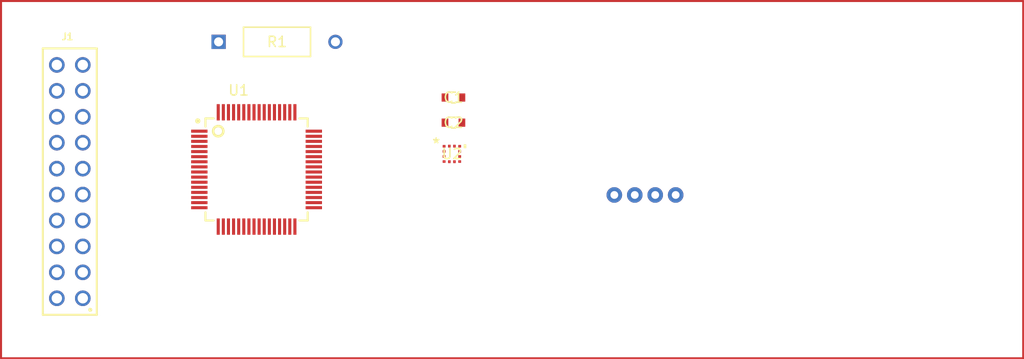
<source format=kicad_pcb>
(kicad_pcb (version 20240108) (generator "pcbnew") (generator_version "8.0")
  (layers (0 "F.Cu" signal) (31 "B.Cu" signal) (34 "B.Paste" user) (35 "F.Paste" user) (36 "B.SilkS" user "B.Silkscreen") (37 "F.SilkS" user "F.Silkscreen") (38 "B.Mask" user) (39 "F.Mask" user) (44 "Edge.Cuts" user))
  (net 0 "")
  (net 1 "+3.3V")
  (net 3 "GND")
  (net 4 "Net-(U1-VCAP1)")
  (net 5 "/SWDIO")
  (net 6 "/SWCLK")
  (net 7 "/NRST")
  (net 8 "Net-(U1-BOOT0)")
  (net 30 "/SDA")
  (net 37 "/MCU_TX")
  (net 42 "/SCL")
  (net 55 "/MCU_RX")
  (footprint "Library:QFP50P1200X1200X160-64N" (layer "F.Cu") (at 51.5 42)
    (property "Reference" "U1" (at -1.757345 -7.750405 0) (layer "F.SilkS") (effects (font (size 1.001346 1.001346))))
    (property "Value" "STM32F401RBT6")
    (fp_line (start -5 -5) (end -4.2 -5) (stroke (width 0.2032)) (layer "F.SilkS"))
    (fp_line (start -5 -4.2) (end -5 -5) (stroke (width 0.2032)) (layer "F.SilkS"))
    (fp_line (start -5 5) (end -5 4.2) (stroke (width 0.2032)) (layer "F.SilkS"))
    (fp_line (start -4.2 5) (end -5 5) (stroke (width 0.2032)) (layer "F.SilkS"))
    (fp_line (start 4.2 -5) (end 5 -5) (stroke (width 0.2032)) (layer "F.SilkS"))
    (fp_line (start 5 -5) (end 5 -4.2) (stroke (width 0.2032)) (layer "F.SilkS"))
    (fp_line (start 5 4.2) (end 5 5) (stroke (width 0.2032)) (layer "F.SilkS"))
    (fp_line (start 5 5) (end 4.2 5) (stroke (width 0.2032)) (layer "F.SilkS"))
    (fp_circle (center -5.75 -4.75) (end -5.496 -4.75) (fill solid) (layer "F.SilkS"))
    (fp_circle (center -3.7501 -3.7501) (end -3.2499 -3.7501) (stroke (width 0.254)) (fill none) (layer "F.SilkS"))
    (pad "1" smd rect (at -5.6 -3.75) (size 1.6 0.3) (layers "F.Cu" "F.Paste" "F.Mask") (net 1 "+3.3V"))
    (pad "2" smd rect (at -5.6 -3.25) (size 1.6 0.3) (layers "F.Cu" "F.Paste" "F.Mask"))
    (pad "3" smd rect (at -5.6 -2.75) (size 1.6 0.3) (layers "F.Cu" "F.Paste" "F.Mask"))
    (pad "4" smd rect (at -5.6 -2.25) (size 1.6 0.3) (layers "F.Cu" "F.Paste" "F.Mask"))
    (pad "5" smd rect (at -5.6 -1.75) (size 1.6 0.3) (layers "F.Cu" "F.Paste" "F.Mask"))
    (pad "6" smd rect (at -5.6 -1.25) (size 1.6 0.3) (layers "F.Cu" "F.Paste" "F.Mask"))
    (pad "7" smd rect (at -5.6 -0.75) (size 1.6 0.3) (layers "F.Cu" "F.Paste" "F.Mask") (net 7 "/NRST"))
    (pad "8" smd rect (at -5.6 -0.25) (size 1.6 0.3) (layers "F.Cu" "F.Paste" "F.Mask"))
    (pad "9" smd rect (at -5.6 0.25) (size 1.6 0.3) (layers "F.Cu" "F.Paste" "F.Mask"))
    (pad "10" smd rect (at -5.6 0.75) (size 1.6 0.3) (layers "F.Cu" "F.Paste" "F.Mask"))
    (pad "11" smd rect (at -5.6 1.25) (size 1.6 0.3) (layers "F.Cu" "F.Paste" "F.Mask"))
    (pad "12" smd rect (at -5.6 1.75) (size 1.6 0.3) (layers "F.Cu" "F.Paste" "F.Mask") (net 3 "GND"))
    (pad "13" smd rect (at -5.6 2.25) (size 1.6 0.3) (layers "F.Cu" "F.Paste" "F.Mask") (net 1 "+3.3V"))
    (pad "14" smd rect (at -5.6 2.75) (size 1.6 0.3) (layers "F.Cu" "F.Paste" "F.Mask"))
    (pad "15" smd rect (at -5.6 3.25) (size 1.6 0.3) (layers "F.Cu" "F.Paste" "F.Mask"))
    (pad "16" smd rect (at -5.6 3.75) (size 1.6 0.3) (layers "F.Cu" "F.Paste" "F.Mask"))
    (pad "17" smd rect (at -3.75 5.6) (size 0.3 1.6) (layers "F.Cu" "F.Paste" "F.Mask"))
    (pad "18" smd rect (at -3.25 5.6) (size 0.3 1.6) (layers "F.Cu" "F.Paste" "F.Mask") (net 3 "GND"))
    (pad "19" smd rect (at -2.75 5.6) (size 0.3 1.6) (layers "F.Cu" "F.Paste" "F.Mask") (net 1 "+3.3V"))
    (pad "20" smd rect (at -2.25 5.6) (size 0.3 1.6) (layers "F.Cu" "F.Paste" "F.Mask"))
    (pad "21" smd rect (at -1.75 5.6) (size 0.3 1.6) (layers "F.Cu" "F.Paste" "F.Mask"))
    (pad "22" smd rect (at -1.25 5.6) (size 0.3 1.6) (layers "F.Cu" "F.Paste" "F.Mask"))
    (pad "23" smd rect (at -0.75 5.6) (size 0.3 1.6) (layers "F.Cu" "F.Paste" "F.Mask"))
    (pad "24" smd rect (at -0.25 5.6) (size 0.3 1.6) (layers "F.Cu" "F.Paste" "F.Mask"))
    (pad "25" smd rect (at 0.25 5.6) (size 0.3 1.6) (layers "F.Cu" "F.Paste" "F.Mask"))
    (pad "26" smd rect (at 0.75 5.6) (size 0.3 1.6) (layers "F.Cu" "F.Paste" "F.Mask"))
    (pad "27" smd rect (at 1.25 5.6) (size 0.3 1.6) (layers "F.Cu" "F.Paste" "F.Mask"))
    (pad "28" smd rect (at 1.75 5.6) (size 0.3 1.6) (layers "F.Cu" "F.Paste" "F.Mask"))
    (pad "29" smd rect (at 2.25 5.6) (size 0.3 1.6) (layers "F.Cu" "F.Paste" "F.Mask"))
    (pad "30" smd rect (at 2.75 5.6) (size 0.3 1.6) (layers "F.Cu" "F.Paste" "F.Mask") (net 4 "Net-(U1-VCAP1)"))
    (pad "31" smd rect (at 3.25 5.6) (size 0.3 1.6) (layers "F.Cu" "F.Paste" "F.Mask") (net 3 "GND"))
    (pad "32" smd rect (at 3.75 5.6) (size 0.3 1.6) (layers "F.Cu" "F.Paste" "F.Mask") (net 1 "+3.3V"))
    (pad "33" smd rect (at 5.6 3.75) (size 1.6 0.3) (layers "F.Cu" "F.Paste" "F.Mask"))
    (pad "34" smd rect (at 5.6 3.25) (size 1.6 0.3) (layers "F.Cu" "F.Paste" "F.Mask"))
    (pad "35" smd rect (at 5.6 2.75) (size 1.6 0.3) (layers "F.Cu" "F.Paste" "F.Mask"))
    (pad "36" smd rect (at 5.6 2.25) (size 1.6 0.3) (layers "F.Cu" "F.Paste" "F.Mask"))
    (pad "37" smd rect (at 5.6 1.75) (size 1.6 0.3) (layers "F.Cu" "F.Paste" "F.Mask"))
    (pad "38" smd rect (at 5.6 1.25) (size 1.6 0.3) (layers "F.Cu" "F.Paste" "F.Mask"))
    (pad "39" smd rect (at 5.6 0.75) (size 1.6 0.3) (layers "F.Cu" "F.Paste" "F.Mask"))
    (pad "40" smd rect (at 5.6 0.25) (size 1.6 0.3) (layers "F.Cu" "F.Paste" "F.Mask"))
    (pad "41" smd rect (at 5.6 -0.25) (size 1.6 0.3) (layers "F.Cu" "F.Paste" "F.Mask"))
    (pad "42" smd rect (at 5.6 -0.75) (size 1.6 0.3) (layers "F.Cu" "F.Paste" "F.Mask") (net 37 "/MCU_TX"))
    (pad "43" smd rect (at 5.6 -1.25) (size 1.6 0.3) (layers "F.Cu" "F.Paste" "F.Mask") (net 55 "/MCU_RX"))
    (pad "44" smd rect (at 5.6 -1.75) (size 1.6 0.3) (layers "F.Cu" "F.Paste" "F.Mask"))
    (pad "45" smd rect (at 5.6 -2.25) (size 1.6 0.3) (layers "F.Cu" "F.Paste" "F.Mask"))
    (pad "46" smd rect (at 5.6 -2.75) (size 1.6 0.3) (layers "F.Cu" "F.Paste" "F.Mask") (net 5 "/SWDIO"))
    (pad "47" smd rect (at 5.6 -3.25) (size 1.6 0.3) (layers "F.Cu" "F.Paste" "F.Mask") (net 3 "GND"))
    (pad "48" smd rect (at 5.6 -3.75) (size 1.6 0.3) (layers "F.Cu" "F.Paste" "F.Mask") (net 1 "+3.3V"))
    (pad "49" smd rect (at 3.75 -5.6) (size 0.3 1.6) (layers "F.Cu" "F.Paste" "F.Mask") (net 6 "/SWCLK"))
    (pad "50" smd rect (at 3.25 -5.6) (size 0.3 1.6) (layers "F.Cu" "F.Paste" "F.Mask"))
    (pad "51" smd rect (at 2.75 -5.6) (size 0.3 1.6) (layers "F.Cu" "F.Paste" "F.Mask"))
    (pad "52" smd rect (at 2.25 -5.6) (size 0.3 1.6) (layers "F.Cu" "F.Paste" "F.Mask"))
    (pad "53" smd rect (at 1.75 -5.6) (size 0.3 1.6) (layers "F.Cu" "F.Paste" "F.Mask"))
    (pad "54" smd rect (at 1.25 -5.6) (size 0.3 1.6) (layers "F.Cu" "F.Paste" "F.Mask"))
    (pad "55" smd rect (at 0.75 -5.6) (size 0.3 1.6) (layers "F.Cu" "F.Paste" "F.Mask"))
    (pad "56" smd rect (at 0.25 -5.6) (size 0.3 1.6) (layers "F.Cu" "F.Paste" "F.Mask"))
    (pad "57" smd rect (at -0.25 -5.6) (size 0.3 1.6) (layers "F.Cu" "F.Paste" "F.Mask"))
    (pad "58" smd rect (at -0.75 -5.6) (size 0.3 1.6) (layers "F.Cu" "F.Paste" "F.Mask") (net 42 "/SCL"))
    (pad "59" smd rect (at -1.25 -5.6) (size 0.3 1.6) (layers "F.Cu" "F.Paste" "F.Mask") (net 30 "/SDA"))
    (pad "60" smd rect (at -1.75 -5.6) (size 0.3 1.6) (layers "F.Cu" "F.Paste" "F.Mask") (net 8 "Net-(U1-BOOT0)"))
    (pad "61" smd rect (at -2.25 -5.6) (size 0.3 1.6) (layers "F.Cu" "F.Paste" "F.Mask"))
    (pad "62" smd rect (at -2.75 -5.6) (size 0.3 1.6) (layers "F.Cu" "F.Paste" "F.Mask"))
    (pad "63" smd rect (at -3.25 -5.6) (size 0.3 1.6) (layers "F.Cu" "F.Paste" "F.Mask") (net 3 "GND"))
    (pad "64" smd rect (at -3.75 -5.6) (size 0.3 1.6) (layers "F.Cu" "F.Paste" "F.Mask") (net 1 "+3.3V"))
  )
  (footprint "Library:61302021821" (layer "F.Cu") (at 33.23 43.19 90)
    (property "Reference" "J1" (at 14.19 -0.23 0) (layer "F.SilkS") (effects (font (size 0.64 0.64))))
    (property "Value" "ST-Link V2 Header")
    (property "VALUE" "61302021821" (hide yes))
    (fp_line (start 13.05 -2.64) (end 13.05 2.64) (stroke (width 0.2)) (layer "F.SilkS"))
    (fp_line (start -13.05 -2.64) (end 13.05 -2.64) (stroke (width 0.2)) (layer "F.SilkS"))
    (fp_line (start 13.05 2.64) (end -13.05 2.64) (stroke (width 0.2)) (layer "F.SilkS"))
    (fp_line (start -13.05 2.64) (end -13.05 -2.64) (stroke (width 0.2)) (layer "F.SilkS"))
    (fp_circle (center -12.56 2) (end -12.46 2) (stroke (width 0.2)) (fill none) (layer "F.SilkS"))
    (pad "1" thru_hole circle (at -11.43 1.27 90) (size 1.53 1.53) (drill 1.02) (layers "*.Cu" "*.Mask") (net 1 "+3.3V"))
    (pad "2" thru_hole circle (at -11.43 -1.27 90) (size 1.53 1.53) (drill 1.02) (layers "*.Cu" "*.Mask") (net 1 "+3.3V"))
    (pad "3" thru_hole circle (at -8.89 1.27 90) (size 1.53 1.53) (drill 1.02) (layers "*.Cu" "*.Mask") (net 3 "GND"))
    (pad "4" thru_hole circle (at -8.89 -1.27 90) (size 1.53 1.53) (drill 1.02) (layers "*.Cu" "*.Mask") (net 3 "GND"))
    (pad "5" thru_hole circle (at -6.35 1.27 90) (size 1.53 1.53) (drill 1.02) (layers "*.Cu" "*.Mask") (net 3 "GND"))
    (pad "6" thru_hole circle (at -6.35 -1.27 90) (size 1.53 1.53) (drill 1.02) (layers "*.Cu" "*.Mask") (net 3 "GND"))
    (pad "7" thru_hole circle (at -3.81 1.27 90) (size 1.53 1.53) (drill 1.02) (layers "*.Cu" "*.Mask") (net 5 "/SWDIO"))
    (pad "8" thru_hole circle (at -3.81 -1.27 90) (size 1.53 1.53) (drill 1.02) (layers "*.Cu" "*.Mask") (net 3 "GND"))
    (pad "9" thru_hole circle (at -1.27 1.27 90) (size 1.53 1.53) (drill 1.02) (layers "*.Cu" "*.Mask") (net 6 "/SWCLK"))
    (pad "10" thru_hole circle (at -1.27 -1.27 90) (size 1.53 1.53) (drill 1.02) (layers "*.Cu" "*.Mask") (net 3 "GND"))
    (pad "11" thru_hole circle (at 1.27 1.27 90) (size 1.53 1.53) (drill 1.02) (layers "*.Cu" "*.Mask"))
    (pad "12" thru_hole circle (at 1.27 -1.27 90) (size 1.53 1.53) (drill 1.02) (layers "*.Cu" "*.Mask") (net 3 "GND"))
    (pad "13" thru_hole circle (at 3.81 1.27 90) (size 1.53 1.53) (drill 1.02) (layers "*.Cu" "*.Mask"))
    (pad "14" thru_hole circle (at 3.81 -1.27 90) (size 1.53 1.53) (drill 1.02) (layers "*.Cu" "*.Mask") (net 3 "GND"))
    (pad "15" thru_hole circle (at 6.35 1.27 90) (size 1.53 1.53) (drill 1.02) (layers "*.Cu" "*.Mask") (net 7 "/NRST"))
    (pad "16" thru_hole circle (at 6.35 -1.27 90) (size 1.53 1.53) (drill 1.02) (layers "*.Cu" "*.Mask") (net 3 "GND"))
    (pad "17" thru_hole circle (at 8.89 1.27 90) (size 1.53 1.53) (drill 1.02) (layers "*.Cu" "*.Mask"))
    (pad "18" thru_hole circle (at 8.89 -1.27 90) (size 1.53 1.53) (drill 1.02) (layers "*.Cu" "*.Mask") (net 3 "GND"))
    (pad "19" thru_hole circle (at 11.43 1.27 90) (size 1.53 1.53) (drill 1.02) (layers "*.Cu" "*.Mask"))
    (pad "20" thru_hole circle (at 11.43 -1.27 90) (size 1.53 1.53) (drill 1.02) (layers "*.Cu" "*.Mask") (net 3 "GND"))
  )
  (footprint "Library:2.2µF_cap" (layer "F.Cu") (at 70.7608 37.4156)
    (property "Reference" "C2" (at 0 0 0) (layer "F.SilkS"))
    (property "Value" "2.2µF")
    (fp_line (start -0.19245 0.527) (end 0.19245 0.527) (stroke (width 0.1524)) (layer "F.SilkS"))
    (fp_line (start 0.19245 -0.527) (end -0.19245 -0.527) (stroke (width 0.1524)) (layer "F.SilkS"))
    (pad "1" smd rect (at -0.8278 0) (size 0.6556 0.8) (layers "F.Cu" "F.Paste" "F.Mask") (net 4 "Net-(U1-VCAP1)"))
    (pad "2" smd rect (at 0.8278 0) (size 0.6556 0.8) (layers "F.Cu" "F.Paste" "F.Mask") (net 3 "GND"))
  )
  (footprint "Library:10 kΩ" (layer "F.Cu") (at 47.785 29.5)
    (property "Reference" "R1" (at 5.715 0 0) (layer "F.SilkS"))
    (property "Value" "10 kΩ")
    (fp_line (start 2.4384 -1.4351) (end 2.4384 1.4351) (stroke (width 0.1524)) (layer "F.SilkS"))
    (fp_line (start 2.4384 1.4351) (end 8.9916 1.4351) (stroke (width 0.1524)) (layer "F.SilkS"))
    (fp_line (start 8.9916 -1.4351) (end 2.4384 -1.4351) (stroke (width 0.1524)) (layer "F.SilkS"))
    (fp_line (start 8.9916 1.4351) (end 8.9916 -1.4351) (stroke (width 0.1524)) (layer "F.SilkS"))
    (pad "1" thru_hole rect (at 0 0) (size 1.397 1.397) (drill 0.889) (layers "*.Cu" "*.Mask") (net 3 "GND"))
    (pad "2" thru_hole circle (at 11.43 0) (size 1.397 1.397) (drill 0.889) (layers "*.Cu" "*.Mask") (net 8 "Net-(U1-BOOT0)"))
  )
  (footprint "Library:1µF_cap" (layer "F.Cu") (at 70.7608 34.9552)
    (property "Reference" "C1" (at 0 0 0) (layer "F.SilkS"))
    (property "Value" "1µF")
    (fp_line (start -0.19245 0.527) (end 0.19245 0.527) (stroke (width 0.1524)) (layer "F.SilkS"))
    (fp_line (start 0.19245 -0.527) (end -0.19245 -0.527) (stroke (width 0.1524)) (layer "F.SilkS"))
    (pad "1" smd rect (at -0.8278 0) (size 0.6556 0.8) (layers "F.Cu" "F.Paste" "F.Mask") (net 1 "+3.3V"))
    (pad "2" smd rect (at 0.8278 0) (size 0.6556 0.8) (layers "F.Cu" "F.Paste" "F.Mask") (net 3 "GND"))
  )
  (footprint "Library:serial_interface" (layer "F.Cu") (at 89.5 44.5)
    (property "Reference" "SI1" (hide yes))
    (property "Value" "~" (hide yes))
    (pad "1" thru_hole circle (at -3 0) (size 1.524 1.524) (drill 0.762) (layers "*.Cu" "*.Mask") (net 1 "+3.3V"))
    (pad "2" thru_hole circle (at -1 0) (size 1.524 1.524) (drill 0.762) (layers "*.Cu" "*.Mask") (net 55 "/MCU_RX"))
    (pad "3" thru_hole circle (at 1 0) (size 1.524 1.524) (drill 0.762) (layers "*.Cu" "*.Mask") (net 37 "/MCU_TX"))
    (pad "4" thru_hole circle (at 3 0) (size 1.524 1.524) (drill 0.762) (layers "*.Cu" "*.Mask") (net 3 "GND"))
  )
  (footprint "Library:acc" (layer "F.Cu") (at 70.6085 40.4785)
    (property "Reference" "U2" (at 0 0 0) (layer "F.SilkS"))
    (property "Value" "Accelerometer")
    (fp_poly (pts (xy 1.4097 -0.940501) (xy 1.4097 -0.559501) (xy 1.1557 -0.559501) (xy 1.1557 -0.940501)) (fill solid) (layer "F.SilkS"))
    (fp_text user "*" (at -1.5367 -1 0) (layer "F.SilkS"))
    (fp_text user "*" (at -1.5367 -1 0) (layer "F.SilkS"))
    (pad "1" smd rect (at -0.762 -0.750001 90) (size 0.254 0.2794) (layers "F.Cu" "F.Paste" "F.Mask") (net 42 "/SCL"))
    (pad "2" smd rect (at -0.762 -0.25 90) (size 0.254 0.2794) (layers "F.Cu" "F.Paste" "F.Mask") (net 1 "+3.3V"))
    (pad "3" smd rect (at -0.762 0.25 90) (size 0.254 0.2794) (layers "F.Cu" "F.Paste" "F.Mask") (net 1 "+3.3V"))
    (pad "4" smd rect (at -0.762 0.750001 90) (size 0.254 0.2794) (layers "F.Cu" "F.Paste" "F.Mask") (net 30 "/SDA"))
    (pad "5" smd rect (at -0.25 0.762) (size 0.254 0.2794) (layers "F.Cu" "F.Paste" "F.Mask"))
    (pad "6" smd rect (at 0.25 0.762) (size 0.254 0.2794) (layers "F.Cu" "F.Paste" "F.Mask") (net 3 "GND"))
    (pad "7" smd rect (at 0.762 0.750001 90) (size 0.254 0.2794) (layers "F.Cu" "F.Paste" "F.Mask") (net 3 "GND"))
    (pad "8" smd rect (at 0.762 0.25 90) (size 0.254 0.2794) (layers "F.Cu" "F.Paste" "F.Mask") (net 3 "GND"))
    (pad "9" smd rect (at 0.762 -0.25 90) (size 0.254 0.2794) (layers "F.Cu" "F.Paste" "F.Mask") (net 1 "+3.3V"))
    (pad "10" smd rect (at 0.762 -0.750001 90) (size 0.254 0.2794) (layers "F.Cu" "F.Paste" "F.Mask") (net 1 "+3.3V"))
    (pad "11" smd rect (at 0.25 -0.762) (size 0.254 0.2794) (layers "F.Cu" "F.Paste" "F.Mask"))
    (pad "12" smd rect (at -0.25 -0.762) (size 0.254 0.2794) (layers "F.Cu" "F.Paste" "F.Mask"))
  )
  (gr_rect (start 26.5 25.5) (end 126.5 60.5) (stroke (width 0.2)) (fill none) (layer "F.Cu") (net 3))
)
</source>
